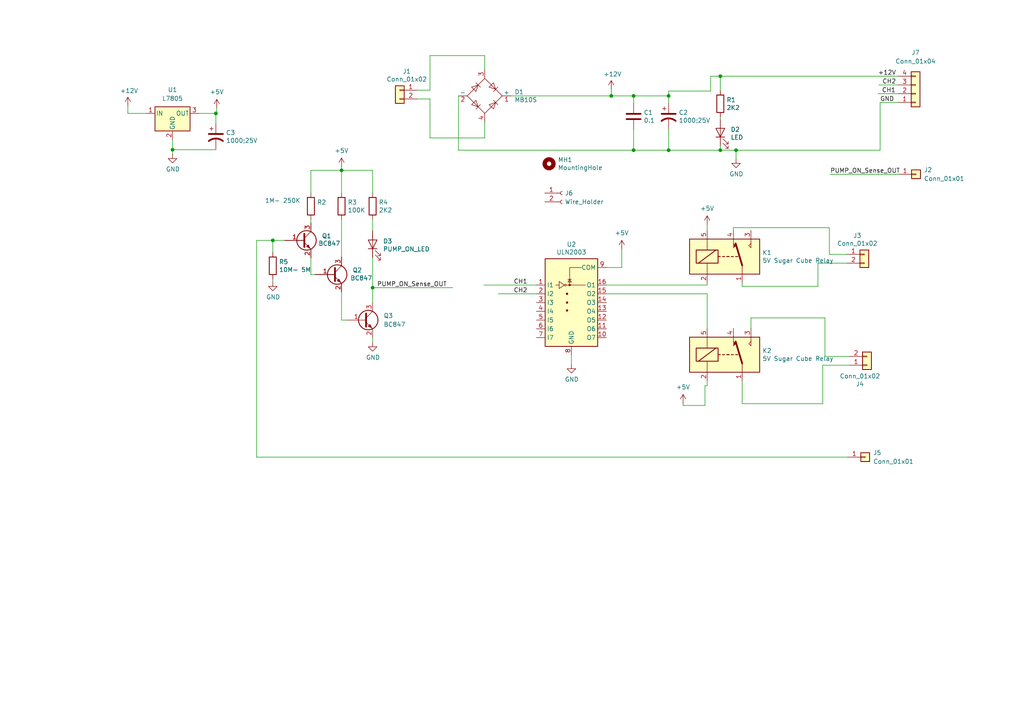
<source format=kicad_sch>
(kicad_sch (version 20211123) (generator eeschema)
  (paper "A4")
  (lib_symbols
    (symbol "Connector:Conn_01x02_Female" (pin_names (offset 1.016) hide)
      (property "Reference" "J" (at 0 2.54 0))
      (property "Value" "Conn_01x02_Female" (at 0 -5.08 0))
      (symbol "Conn_01x02_Female_1_1"
        (arc (start 0 -2.032) (mid -0.508 -2.54) (end 0 -3.048) (stroke (width 0.1524)))
        (polyline (pts (xy -1.27 -2.54) (xy -0.508 -2.54)) (stroke (width 0.1524)))
        (polyline (pts (xy -1.27 0) (xy -0.508 0)) (stroke (width 0.1524)))
        (arc (start 0 0.508) (mid -0.508 0) (end 0 -0.508) (stroke (width 0.1524)))
        (pin passive line (at -5.08 0 0) (length 3.81) (name "Pin_1") (number "1"))
        (pin passive line (at -5.08 -2.54 0) (length 3.81) (name "Pin_2") (number "2"))
      )
    )
    (symbol "Connector_Generic:Conn_01x01" (pin_names (offset 1.016) hide)
      (property "Reference" "J" (at 0 2.54 0))
      (property "Value" "Conn_01x01" (at 0 -2.54 0))
      (symbol "Conn_01x01_1_1"
        (rectangle (start -1.27 0.127) (end 0 -0.127) (stroke (width 0.1524)))
        (rectangle (start -1.27 1.27) (end 1.27 -1.27) (stroke (width 0.254)) (fill (type background)))
        (pin passive line (at -5.08 0 0) (length 3.81) (name "Pin_1") (number "1"))
      )
    )
    (symbol "Connector_Generic:Conn_01x04" (pin_names (offset 1.016) hide)
      (property "Reference" "J" (at 0 5.08 0))
      (property "Value" "Conn_01x04" (at 0 -7.62 0))
      (symbol "Conn_01x04_1_1"
        (rectangle (start -1.27 -4.953) (end 0 -5.207) (stroke (width 0.1524)))
        (rectangle (start -1.27 -2.413) (end 0 -2.667) (stroke (width 0.1524)))
        (rectangle (start -1.27 0.127) (end 0 -0.127) (stroke (width 0.1524)))
        (rectangle (start -1.27 2.667) (end 0 2.413) (stroke (width 0.1524)))
        (rectangle (start -1.27 3.81) (end 1.27 -6.35) (stroke (width 0.254)) (fill (type background)))
        (pin passive line (at -5.08 2.54 0) (length 3.81) (name "Pin_1") (number "1"))
        (pin passive line (at -5.08 0 0) (length 3.81) (name "Pin_2") (number "2"))
        (pin passive line (at -5.08 -2.54 0) (length 3.81) (name "Pin_3") (number "3"))
        (pin passive line (at -5.08 -5.08 0) (length 3.81) (name "Pin_4") (number "4"))
      )
    )
    (symbol "PS440V_to_5V-rescue:+12V-power" (power) (pin_names (offset 0))
      (property "Value" "+12V-power" (at 0 3.556 0))
      (symbol "+12V-power_0_1"
        (polyline (pts (xy -0.762 1.27) (xy 0 2.54)))
        (polyline (pts (xy 0 0) (xy 0 2.54)))
        (polyline (pts (xy 0 2.54) (xy 0.762 1.27)))
      )
      (symbol "+12V-power_1_1"
        (pin power_in line (at 0 0 90) (length 0) hide (name "+12V") (number "1"))
      )
    )
    (symbol "PS440V_to_5V-rescue:C-Device" (pin_numbers hide) (pin_names (offset 0.254))
      (property "Reference" "C" (at 0.635 2.54 0))
      (property "Value" "C-Device" (at 0.635 -2.54 0))
      (symbol "C-Device_0_1"
        (polyline (pts (xy -2.032 -0.762) (xy 2.032 -0.762)) (stroke (width 0.508)))
        (polyline (pts (xy -2.032 0.762) (xy 2.032 0.762)) (stroke (width 0.508)))
      )
      (symbol "C-Device_1_1"
        (pin passive line (at 0 3.81 270) (length 2.794) (name "~") (number "1"))
        (pin passive line (at 0 -3.81 90) (length 2.794) (name "~") (number "2"))
      )
    )
    (symbol "PS440V_to_5V-rescue:CP1-Device" (pin_numbers hide) (pin_names (offset 0.254) hide)
      (property "Reference" "C" (at 0.635 2.54 0))
      (property "Value" "CP1-Device" (at 0.635 -2.54 0))
      (symbol "CP1-Device_0_1"
        (polyline (pts (xy -2.032 0.762) (xy 2.032 0.762)) (stroke (width 0.508)))
        (polyline (pts (xy -1.778 2.286) (xy -0.762 2.286)))
        (polyline (pts (xy -1.27 1.778) (xy -1.27 2.794)))
        (arc (start 2.032 -1.27) (mid 0 -0.5572) (end -2.032 -1.27) (stroke (width 0.508)))
      )
      (symbol "CP1-Device_1_1"
        (pin passive line (at 0 3.81 270) (length 2.794) (name "~") (number "1"))
        (pin passive line (at 0 -3.81 90) (length 3.302) (name "~") (number "2"))
      )
    )
    (symbol "PS440V_to_5V-rescue:Conn_01x02-Connector_Generic" (pin_names (offset 1.016) hide)
      (property "Reference" "J" (at 0 2.54 0))
      (property "Value" "Conn_01x02-Connector_Generic" (at 0 -5.08 0))
      (symbol "Conn_01x02-Connector_Generic_1_1"
        (rectangle (start -1.27 -2.413) (end 0 -2.667) (stroke (width 0.1524)))
        (rectangle (start -1.27 0.127) (end 0 -0.127) (stroke (width 0.1524)))
        (rectangle (start -1.27 1.27) (end 1.27 -3.81) (stroke (width 0.254)) (fill (type background)))
        (pin passive line (at -5.08 0 0) (length 3.81) (name "Pin_1") (number "1"))
        (pin passive line (at -5.08 -2.54 0) (length 3.81) (name "Pin_2") (number "2"))
      )
    )
    (symbol "PS440V_to_5V-rescue:D_Bridge_+-AA-Device" (pin_names (offset 0))
      (property "Reference" "D" (at 2.54 6.985 0))
      (property "Value" "D_Bridge_+-AA-Device" (at 2.54 5.08 0))
      (symbol "D_Bridge_+-AA-Device_0_1"
        (polyline (pts (xy -2.54 3.81) (xy -1.27 2.54)))
        (polyline (pts (xy -1.27 -2.54) (xy -2.54 -3.81)))
        (polyline (pts (xy 2.54 -1.27) (xy 3.81 -2.54)))
        (polyline (pts (xy 2.54 1.27) (xy 3.81 2.54)))
        (polyline (pts (xy -3.81 2.54) (xy -2.54 1.27) (xy -1.905 3.175) (xy -3.81 2.54)))
        (polyline (pts (xy -2.54 -1.27) (xy -3.81 -2.54) (xy -1.905 -3.175) (xy -2.54 -1.27)))
        (polyline (pts (xy 1.27 2.54) (xy 2.54 3.81) (xy 3.175 1.905) (xy 1.27 2.54)))
        (polyline (pts (xy 3.175 -1.905) (xy 1.27 -2.54) (xy 2.54 -3.81) (xy 3.175 -1.905)))
        (polyline (pts (xy -5.08 0) (xy 0 -5.08) (xy 5.08 0) (xy 0 5.08) (xy -5.08 0)))
      )
      (symbol "D_Bridge_+-AA-Device_1_1"
        (pin passive line (at 7.62 0 180) (length 2.54) (name "+") (number "1"))
        (pin passive line (at -7.62 0 0) (length 2.54) (name "-") (number "2"))
        (pin passive line (at 0 7.62 270) (length 2.54) (name "~") (number "3"))
        (pin passive line (at 0 -7.62 90) (length 2.54) (name "~") (number "4"))
      )
    )
    (symbol "PS440V_to_5V-rescue:GND-power" (power) (pin_names (offset 0))
      (property "Value" "GND-power" (at 0 -3.81 0))
      (symbol "GND-power_0_1"
        (polyline (pts (xy 0 0) (xy 0 -1.27) (xy 1.27 -1.27) (xy 0 -2.54) (xy -1.27 -1.27) (xy 0 -1.27)))
      )
      (symbol "GND-power_1_1"
        (pin power_in line (at 0 0 270) (length 0) hide (name "GND") (number "1"))
      )
    )
    (symbol "PS440V_to_5V-rescue:LED-Device" (pin_numbers hide) (pin_names (offset 1.016) hide)
      (property "Reference" "D" (at 0 2.54 0))
      (property "Value" "LED-Device" (at 0 -2.54 0))
      (symbol "LED-Device_0_1"
        (polyline (pts (xy -1.27 -1.27) (xy -1.27 1.27)) (stroke (width 0.2032)))
        (polyline (pts (xy -1.27 0) (xy 1.27 0)))
        (polyline (pts (xy 1.27 -1.27) (xy 1.27 1.27) (xy -1.27 0) (xy 1.27 -1.27)) (stroke (width 0.2032)))
        (polyline (pts (xy -3.048 -0.762) (xy -4.572 -2.286) (xy -3.81 -2.286) (xy -4.572 -2.286) (xy -4.572 -1.524)))
        (polyline (pts (xy -1.778 -0.762) (xy -3.302 -2.286) (xy -2.54 -2.286) (xy -3.302 -2.286) (xy -3.302 -1.524)))
      )
      (symbol "LED-Device_1_1"
        (pin passive line (at -3.81 0 0) (length 2.54) (name "K") (number "1"))
        (pin passive line (at 3.81 0 180) (length 2.54) (name "A") (number "2"))
      )
    )
    (symbol "PS440V_to_5V-rescue:MountingHole-Mechanical" (pin_names (offset 1.016))
      (property "Reference" "MH" (at 0 5.08 0))
      (property "Value" "MountingHole-Mechanical" (at 0 3.175 0))
      (symbol "MountingHole-Mechanical_0_1"
        (circle (center 0 0) (radius 1.27) (stroke (width 1.27)))
      )
    )
    (symbol "PS440V_to_5V-rescue:R-Device" (pin_numbers hide) (pin_names (offset 0))
      (property "Reference" "R" (at 2.032 0 90))
      (property "Value" "R-Device" (at 0 0 90))
      (symbol "R-Device_0_1"
        (rectangle (start -1.016 -2.54) (end 1.016 2.54) (stroke (width 0.254)))
      )
      (symbol "R-Device_1_1"
        (pin passive line (at 0 3.81 270) (length 1.27) (name "~") (number "1"))
        (pin passive line (at 0 -3.81 90) (length 1.27) (name "~") (number "2"))
      )
    )
    (symbol "PS440V_to_5V-rescue:SANYOU_SRD_Form_C-Relay" (pin_names (offset 1.016))
      (property "Reference" "K" (at 11.43 3.81 0))
      (property "Value" "SANYOU_SRD_Form_C-Relay" (at 11.43 1.27 0))
      (symbol "SANYOU_SRD_Form_C-Relay_0_0"
        (polyline (pts (xy 2.54 3.81) (xy 2.54 5.08)))
        (polyline (pts (xy 7.62 3.81) (xy 7.62 5.08)))
        (polyline (pts (xy 7.62 3.81) (xy 7.62 2.54) (xy 6.985 3.175) (xy 7.62 3.81)))
      )
      (symbol "SANYOU_SRD_Form_C-Relay_0_1"
        (rectangle (start -10.16 5.08) (end 10.16 -5.08) (stroke (width 0.254)) (fill (type background)))
        (rectangle (start -8.255 1.905) (end -1.905 -1.905) (stroke (width 0.254)))
        (polyline (pts (xy -7.62 -1.905) (xy -2.54 1.905)) (stroke (width 0.254)))
        (polyline (pts (xy -5.08 -5.08) (xy -5.08 -1.905)))
        (polyline (pts (xy -5.08 5.08) (xy -5.08 1.905)))
        (polyline (pts (xy -1.905 0) (xy -1.27 0)) (stroke (width 0.254)))
        (polyline (pts (xy -0.635 0) (xy 0 0)) (stroke (width 0.254)))
        (polyline (pts (xy 0.635 0) (xy 1.27 0)) (stroke (width 0.254)))
        (polyline (pts (xy 0.635 0) (xy 1.27 0)) (stroke (width 0.254)))
        (polyline (pts (xy 1.905 0) (xy 2.54 0)) (stroke (width 0.254)))
        (polyline (pts (xy 3.175 0) (xy 3.81 0)) (stroke (width 0.254)))
        (polyline (pts (xy 5.08 -2.54) (xy 3.175 3.81)) (stroke (width 0.508)))
        (polyline (pts (xy 5.08 -2.54) (xy 5.08 -5.08)))
        (polyline (pts (xy 2.54 2.54) (xy 3.175 3.175) (xy 2.54 3.81)) (fill (type outline)))
      )
      (symbol "SANYOU_SRD_Form_C-Relay_1_1"
        (pin passive line (at 5.08 -7.62 90) (length 2.54) (name "~") (number "1"))
        (pin passive line (at -5.08 -7.62 90) (length 2.54) (name "~") (number "2"))
        (pin passive line (at 7.62 7.62 270) (length 2.54) (name "~") (number "3"))
        (pin passive line (at 2.54 7.62 270) (length 2.54) (name "~") (number "4"))
        (pin passive line (at -5.08 7.62 270) (length 2.54) (name "~") (number "5"))
      )
    )
    (symbol "PS440V_to_5V-rescue:ULN2003-Transistor_Array"
      (property "Reference" "U" (at 0 15.875 0))
      (property "Value" "ULN2003-Transistor_Array" (at 0 13.97 0))
      (symbol "ULN2003-Transistor_Array_0_1"
        (rectangle (start -7.62 -12.7) (end 7.62 12.7) (stroke (width 0.254)) (fill (type background)))
        (circle (center -1.778 5.08) (radius 0.254))
        (circle (center -1.27 -2.286) (radius 0.254) (fill (type outline)))
        (circle (center -1.27 0) (radius 0.254) (fill (type outline)))
        (circle (center -1.27 2.54) (radius 0.254) (fill (type outline)))
        (circle (center -0.508 5.08) (radius 0.254) (fill (type outline)))
        (polyline (pts (xy -4.572 5.08) (xy -3.556 5.08)))
        (polyline (pts (xy -1.524 5.08) (xy 4.064 5.08)))
        (polyline (pts (xy 0 6.731) (xy -1.016 6.731)))
        (polyline (pts (xy -0.508 5.08) (xy -0.508 10.16) (xy 2.921 10.16)))
        (polyline (pts (xy -3.556 6.096) (xy -3.556 4.064) (xy -2.032 5.08) (xy -3.556 6.096)))
        (polyline (pts (xy 0 5.969) (xy -1.016 5.969) (xy -0.508 6.731) (xy 0 5.969)))
      )
      (symbol "ULN2003-Transistor_Array_1_1"
        (pin input line (at -10.16 5.08 0) (length 2.54) (name "I1") (number "1"))
        (pin open_collector line (at 10.16 -10.16 180) (length 2.54) (name "O7") (number "10"))
        (pin open_collector line (at 10.16 -7.62 180) (length 2.54) (name "O6") (number "11"))
        (pin open_collector line (at 10.16 -5.08 180) (length 2.54) (name "O5") (number "12"))
        (pin open_collector line (at 10.16 -2.54 180) (length 2.54) (name "O4") (number "13"))
        (pin open_collector line (at 10.16 0 180) (length 2.54) (name "O3") (number "14"))
        (pin open_collector line (at 10.16 2.54 180) (length 2.54) (name "O2") (number "15"))
        (pin open_collector line (at 10.16 5.08 180) (length 2.54) (name "O1") (number "16"))
        (pin input line (at -10.16 2.54 0) (length 2.54) (name "I2") (number "2"))
        (pin input line (at -10.16 0 0) (length 2.54) (name "I3") (number "3"))
        (pin input line (at -10.16 -2.54 0) (length 2.54) (name "I4") (number "4"))
        (pin input line (at -10.16 -5.08 0) (length 2.54) (name "I5") (number "5"))
        (pin input line (at -10.16 -7.62 0) (length 2.54) (name "I6") (number "6"))
        (pin input line (at -10.16 -10.16 0) (length 2.54) (name "I7") (number "7"))
        (pin power_in line (at 0 -15.24 90) (length 2.54) (name "GND") (number "8"))
        (pin passive line (at 10.16 10.16 180) (length 2.54) (name "COM") (number "9"))
      )
    )
    (symbol "Regulator_Linear:L7805" (pin_names (offset 0.254))
      (property "Reference" "U" (at -3.81 3.175 0))
      (property "Value" "L7805" (at 0 3.175 0))
      (symbol "L7805_0_1"
        (rectangle (start -5.08 1.905) (end 5.08 -5.08) (stroke (width 0.254)) (fill (type background)))
      )
      (symbol "L7805_1_1"
        (pin power_in line (at -7.62 0 0) (length 2.54) (name "IN") (number "1"))
        (pin power_in line (at 0 -7.62 90) (length 2.54) (name "GND") (number "2"))
        (pin power_out line (at 7.62 0 180) (length 2.54) (name "OUT") (number "3"))
      )
    )
    (symbol "Transistor_BJT:BC847" (pin_names (offset 0) hide)
      (property "Reference" "Q" (at 5.08 1.905 0))
      (property "Value" "BC847" (at 5.08 0 0))
      (symbol "BC847_0_1"
        (polyline (pts (xy 0.635 0.635) (xy 2.54 2.54)))
        (polyline (pts (xy 0.635 -0.635) (xy 2.54 -2.54) (xy 2.54 -2.54)))
        (polyline (pts (xy 0.635 1.905) (xy 0.635 -1.905) (xy 0.635 -1.905)) (stroke (width 0.508)))
        (polyline (pts (xy 1.27 -1.778) (xy 1.778 -1.27) (xy 2.286 -2.286) (xy 1.27 -1.778) (xy 1.27 -1.778)) (fill (type outline)))
        (circle (center 1.27 0) (radius 2.8194) (stroke (width 0.254)))
      )
      (symbol "BC847_1_1"
        (pin input line (at -5.08 0 0) (length 5.715) (name "B") (number "1"))
        (pin passive line (at 2.54 -5.08 90) (length 2.54) (name "E") (number "2"))
        (pin passive line (at 2.54 5.08 270) (length 2.54) (name "C") (number "3"))
      )
    )
    (symbol "power:+5V" (power) (pin_names (offset 0))
      (property "Value" "+5V" (at 0 3.556 0))
      (symbol "+5V_0_1"
        (polyline (pts (xy -0.762 1.27) (xy 0 2.54)))
        (polyline (pts (xy 0 0) (xy 0 2.54)))
        (polyline (pts (xy 0 2.54) (xy 0.762 1.27)))
      )
      (symbol "+5V_1_1"
        (pin power_in line (at 0 0 90) (length 0) hide (name "+5V") (number "1"))
      )
    )
  )
  (junction (at 183.769 43.561))
  (junction (at 79.121 69.723))
  (junction (at 62.611 32.893))
  (junction (at 50.038 43.434))
  (junction (at 177.292 27.813))
  (junction (at 108.077 83.439))
  (junction (at 193.929 27.813))
  (junction (at 213.487 43.561))
  (junction (at 99.06 49.403))
  (junction (at 183.769 27.813))
  (junction (at 208.915 22.098))
  (junction (at 193.929 43.561))
  (junction (at 208.915 43.561))
  (wire (pts (xy 62.611 32.893) (xy 62.865 32.893)))
  (wire (pts (xy 90.17 56.007) (xy 90.17 49.403)))
  (wire (pts (xy 260.477 27.178) (xy 254.635 27.178)))
  (wire (pts (xy 193.929 43.561) (xy 193.929 37.592)))
  (wire (pts (xy 208.915 22.098) (xy 206.121 22.098)))
  (wire (pts (xy 50.038 40.513) (xy 50.038 43.434)))
  (wire (pts (xy 240.538 66.04) (xy 240.538 73.787)))
  (wire (pts (xy 208.915 22.098) (xy 260.477 22.098)))
  (wire (pts (xy 193.929 43.561) (xy 208.915 43.561)))
  (wire (pts (xy 155.575 85.217) (xy 144.526 85.217)))
  (wire (pts (xy 193.929 27.813) (xy 193.929 29.972)))
  (wire (pts (xy 180.34 72.263) (xy 180.34 77.597)))
  (wire (pts (xy 205.105 82.677) (xy 205.105 82.042)))
  (wire (pts (xy 177.292 25.908) (xy 177.292 27.813)))
  (wire (pts (xy 175.895 77.597) (xy 180.34 77.597)))
  (wire (pts (xy 183.769 27.813) (xy 183.769 29.972)))
  (wire (pts (xy 237.236 76.327) (xy 245.618 76.327)))
  (wire (pts (xy 90.17 49.403) (xy 99.06 49.403)))
  (wire (pts (xy 124.714 26.162) (xy 124.714 16.129)))
  (wire (pts (xy 62.611 32.893) (xy 62.611 35.814)))
  (wire (pts (xy 213.487 43.561) (xy 255.27 43.561)))
  (wire (pts (xy 108.077 83.439) (xy 131.318 83.439)))
  (wire (pts (xy 215.265 82.042) (xy 215.265 83.058)))
  (wire (pts (xy 99.06 48.387) (xy 99.06 49.403)))
  (wire (pts (xy 205.105 65.151) (xy 205.105 66.802)))
  (wire (pts (xy 99.06 84.709) (xy 99.06 92.837)))
  (wire (pts (xy 204.47 117.602) (xy 204.47 111.887)))
  (wire (pts (xy 57.658 32.893) (xy 62.611 32.893)))
  (wire (pts (xy 238.633 117.094) (xy 215.265 117.094)))
  (wire (pts (xy 121.031 26.162) (xy 124.714 26.162)))
  (wire (pts (xy 108.077 74.676) (xy 108.077 83.439)))
  (wire (pts (xy 124.714 16.129) (xy 140.589 16.129)))
  (wire (pts (xy 108.077 49.403) (xy 108.077 56.007)))
  (wire (pts (xy 206.121 26.416) (xy 193.929 26.416)))
  (wire (pts (xy 238.633 105.918) (xy 238.633 117.094)))
  (wire (pts (xy 208.915 33.909) (xy 208.915 34.671)))
  (wire (pts (xy 79.121 69.723) (xy 79.121 73.279)))
  (wire (pts (xy 99.06 49.403) (xy 99.06 56.007)))
  (wire (pts (xy 124.714 40.005) (xy 140.589 40.005)))
  (wire (pts (xy 50.038 43.434) (xy 62.611 43.434)))
  (wire (pts (xy 108.077 63.627) (xy 108.077 67.056)))
  (wire (pts (xy 148.209 27.813) (xy 177.292 27.813)))
  (wire (pts (xy 99.06 49.403) (xy 108.077 49.403)))
  (wire (pts (xy 79.121 80.899) (xy 79.121 81.788)))
  (wire (pts (xy 37.084 30.734) (xy 37.084 32.893)))
  (wire (pts (xy 217.805 92.202) (xy 239.268 92.202)))
  (wire (pts (xy 132.969 43.561) (xy 183.769 43.561)))
  (wire (pts (xy 183.769 43.561) (xy 183.769 37.592)))
  (wire (pts (xy 239.268 92.202) (xy 239.268 103.378)))
  (wire (pts (xy 121.031 28.702) (xy 124.714 28.702)))
  (wire (pts (xy 99.06 63.627) (xy 99.06 74.549)))
  (wire (pts (xy 108.077 83.439) (xy 108.077 87.757)))
  (wire (pts (xy 212.725 66.04) (xy 240.538 66.04)))
  (wire (pts (xy 204.47 111.887) (xy 205.105 111.887)))
  (wire (pts (xy 206.121 22.098) (xy 206.121 26.416)))
  (wire (pts (xy 177.292 27.813) (xy 183.769 27.813)))
  (wire (pts (xy 90.17 74.803) (xy 90.17 79.629)))
  (wire (pts (xy 239.268 103.378) (xy 246.38 103.378)))
  (wire (pts (xy 260.477 29.718) (xy 255.27 29.718)))
  (wire (pts (xy 140.589 16.129) (xy 140.589 20.193)))
  (wire (pts (xy 240.792 50.546) (xy 260.604 50.546)))
  (wire (pts (xy 165.735 102.997) (xy 165.735 105.664)))
  (wire (pts (xy 213.487 43.561) (xy 213.487 46.101)))
  (wire (pts (xy 183.769 27.813) (xy 193.929 27.813)))
  (wire (pts (xy 193.929 26.416) (xy 193.929 27.813)))
  (wire (pts (xy 62.865 32.893) (xy 62.865 31.369)))
  (wire (pts (xy 240.538 73.787) (xy 245.618 73.787)))
  (wire (pts (xy 124.714 28.702) (xy 124.714 40.005)))
  (wire (pts (xy 183.769 43.561) (xy 193.929 43.561)))
  (wire (pts (xy 198.12 116.967) (xy 198.12 117.602)))
  (wire (pts (xy 205.105 111.887) (xy 205.105 110.49)))
  (wire (pts (xy 212.725 66.04) (xy 212.725 66.802)))
  (wire (pts (xy 217.805 95.25) (xy 217.805 92.202)))
  (wire (pts (xy 74.422 132.588) (xy 74.422 69.723)))
  (wire (pts (xy 132.969 27.813) (xy 132.969 43.561)))
  (wire (pts (xy 140.589 40.005) (xy 140.589 35.433)))
  (wire (pts (xy 79.121 69.723) (xy 82.55 69.723)))
  (wire (pts (xy 238.633 105.918) (xy 246.38 105.918)))
  (wire (pts (xy 74.422 69.723) (xy 79.121 69.723)))
  (wire (pts (xy 255.27 29.718) (xy 255.27 43.561)))
  (wire (pts (xy 90.17 63.627) (xy 90.17 64.643)))
  (wire (pts (xy 37.084 32.893) (xy 42.418 32.893)))
  (wire (pts (xy 140.335 82.677) (xy 155.575 82.677)))
  (wire (pts (xy 175.895 82.677) (xy 205.105 82.677)))
  (wire (pts (xy 208.915 43.561) (xy 213.487 43.561)))
  (wire (pts (xy 198.12 117.602) (xy 204.47 117.602)))
  (wire (pts (xy 215.265 83.058) (xy 237.236 83.058)))
  (wire (pts (xy 99.06 92.837) (xy 100.457 92.837)))
  (wire (pts (xy 208.915 22.098) (xy 208.915 26.289)))
  (wire (pts (xy 205.105 95.25) (xy 205.105 85.217)))
  (wire (pts (xy 108.077 97.917) (xy 108.077 99.314)))
  (wire (pts (xy 90.17 79.629) (xy 91.44 79.629)))
  (wire (pts (xy 260.477 24.638) (xy 254.889 24.638)))
  (wire (pts (xy 205.105 85.217) (xy 175.895 85.217)))
  (wire (pts (xy 245.872 132.588) (xy 74.422 132.588)))
  (wire (pts (xy 237.236 83.058) (xy 237.236 76.327)))
  (wire (pts (xy 215.265 117.094) (xy 215.265 110.49)))
  (wire (pts (xy 208.915 42.291) (xy 208.915 43.561)))
  (wire (pts (xy 50.038 43.434) (xy 50.038 44.704)))
  (label "CH2" (at 148.971 85.217 0))
  (label "CH1" (at 255.778 27.178 0))
  (label "PUMP_ON_Sense_OUT" (at 109.347 83.439 0))
  (label "GND" (at 255.27 29.718 0))
  (label "CH2" (at 255.905 24.638 0))
  (label "+12V" (at 254.635 22.098 0))
  (label "PUMP_ON_Sense_OUT" (at 240.792 50.546 0))
  (label "CH1" (at 148.971 82.677 0))
  (symbol (lib_id "PS440V_to_5V-rescue:D_Bridge_+-AA-Device") (at 140.589 27.813 0) (unit 1)
    (property "Reference" "D1" (at 149.225 26.67 0) (effects (justify left)))
    (property "Value" "MB10S" (at 149.225 28.956 0) (effects (justify left)))
    (property "Footprint" "Housings_SSOP:SOP-4_3.8x4.1mm_Pitch2.54mm" (effects hide))
  )
  (symbol (lib_id "PS440V_to_5V-rescue:Conn_01x02-Connector_Generic") (at 115.951 26.162 0) (mirror y) (unit 1)
    (property "Reference" "J1" (at 117.983 20.701 0))
    (property "Value" "Conn_01x02" (at 117.983 22.987 0))
    (property "Footprint" "Connector_PinHeader_2.54mm:PinHeader_1x02_P2.54mm_Vertical" (effects hide))
  )
  (symbol (lib_id "PS440V_to_5V-rescue:C-Device") (at 183.769 33.782 0) (unit 1)
    (property "Reference" "C1" (at 186.69 32.639 0) (effects (justify left)))
    (property "Value" "0.1" (at 186.69 34.925 0) (effects (justify left)))
    (property "Footprint" "Capacitor_SMD:C_0805_2012Metric" (effects hide))
  )
  (symbol (lib_id "PS440V_to_5V-rescue:CP1-Device") (at 193.929 33.782 0) (unit 1)
    (property "Reference" "C2" (at 196.85 32.639 0) (effects (justify left)))
    (property "Value" "1000;25V" (at 196.85 34.925 0) (effects (justify left)))
    (property "Footprint" "Capacitor_THT:C_Radial_D10.0mm_H12.5mm_P5.00mm" (effects hide))
  )
  (symbol (lib_id "PS440V_to_5V-rescue:MountingHole-Mechanical") (at 159.258 47.498 0) (unit 1)
    (property "Reference" "MH1" (at 161.798 46.355 0) (effects (justify left)))
    (property "Value" "MountingHole" (at 161.798 48.641 0) (effects (justify left)))
    (property "Footprint" "MountingHole:MountingHole_2.2mm_M2_Pad" (effects hide))
  )
  (symbol (lib_id "PS440V_to_5V-rescue:LED-Device") (at 208.915 38.481 90) (unit 1)
    (property "Reference" "D2" (at 211.9122 37.5666 90) (effects (justify right)))
    (property "Value" "LED" (at 211.9122 39.8526 90) (effects (justify right)))
    (property "Footprint" "LED_THT:LED_D5.0mm" (effects hide))
  )
  (symbol (lib_id "PS440V_to_5V-rescue:R-Device") (at 208.915 30.099 0) (unit 1)
    (property "Reference" "R1" (at 210.693 28.956 0) (effects (justify left)))
    (property "Value" "2K2" (at 210.693 31.242 0) (effects (justify left)))
    (property "Footprint" "Resistor_SMD:R_0805_2012Metric" (effects hide))
  )
  (symbol (lib_id "PS440V_to_5V-rescue:GND-power") (at 213.487 46.101 0) (unit 1)
    (property "Reference" "#PWR0101" (effects hide))
    (property "Value" "GND" (at 213.5886 50.4698 0))
  )
  (symbol (lib_id "PS440V_to_5V-rescue:ULN2003-Transistor_Array") (at 165.735 87.757 0) (unit 1)
    (property "Reference" "U2" (at 165.735 70.866 0))
    (property "Value" "ULN2003" (at 165.735 73.152 0))
    (property "Footprint" "Package_SO:SOIC-16W_5.3x10.2mm_P1.27mm" (effects hide))
    (property "Datasheet" "http://www.ti.com/lit/ds/symlink/uln2003a.pdf" (effects hide))
  )
  (symbol (lib_id "PS440V_to_5V-rescue:SANYOU_SRD_Form_C-Relay") (at 210.185 74.422 0) (unit 1)
    (property "Reference" "K1" (at 221.107 73.279 0) (effects (justify left)))
    (property "Value" "5V Sugar Cube Relay" (at 221.107 75.565 0) (effects (justify left)))
    (property "Footprint" "Relay_THT:Relay_SPDT_SANYOU_SRD_Series_Form_C" (effects hide))
    (property "Datasheet" "http://www.sanyourelay.ca/public/products/pdf/SRD.pdf" (effects hide))
  )
  (symbol (lib_id "PS440V_to_5V-rescue:SANYOU_SRD_Form_C-Relay") (at 210.185 102.87 0) (unit 1)
    (property "Reference" "K2" (at 221.107 101.727 0) (effects (justify left)))
    (property "Value" "5V Sugar Cube Relay" (at 221.107 104.013 0) (effects (justify left)))
    (property "Footprint" "Relay_THT:Relay_SPDT_SANYOU_SRD_Series_Form_C" (effects hide))
    (property "Datasheet" "http://www.sanyourelay.ca/public/products/pdf/SRD.pdf" (effects hide))
  )
  (symbol (lib_id "PS440V_to_5V-rescue:GND-power") (at 165.735 105.664 0) (unit 1)
    (property "Reference" "#PWR0102" (effects hide))
    (property "Value" "GND" (at 165.8366 110.0328 0))
  )
  (symbol (lib_id "PS440V_to_5V-rescue:+12V-power") (at 177.292 25.908 0) (unit 1)
    (property "Reference" "#PWR0103" (effects hide))
    (property "Value" "+12V" (at 177.6476 21.5138 0))
  )
  (symbol (lib_id "PS440V_to_5V-rescue:Conn_01x02-Connector_Generic") (at 250.698 73.787 0) (unit 1)
    (property "Reference" "J3" (at 248.666 68.326 0))
    (property "Value" "Conn_01x02" (at 248.666 70.612 0))
    (property "Footprint" "Connector_PinHeader_2.54mm:PinHeader_1x02_P2.54mm_Vertical" (effects hide))
  )
  (symbol (lib_id "PS440V_to_5V-rescue:Conn_01x02-Connector_Generic") (at 251.46 105.918 0) (mirror x) (unit 1)
    (property "Reference" "J4" (at 249.428 111.379 0))
    (property "Value" "Conn_01x02" (at 249.428 109.093 0))
    (property "Footprint" "Connector_PinHeader_2.54mm:PinHeader_1x02_P2.54mm_Vertical" (effects hide))
  )
  (symbol (lib_id "Connector:Conn_01x02_Female") (at 163.068 56.007 0) (unit 1)
    (property "Reference" "J6" (at 163.83 56.0069 0) (effects (justify left)))
    (property "Value" "Wire_Holder" (at 163.83 58.5469 0) (effects (justify left)))
    (property "Footprint" "Connector_PinSocket_2.54mm:PinSocket_1x02_P2.54mm_Vertical" (effects hide))
  )
  (symbol (lib_id "PS440V_to_5V-rescue:CP1-Device") (at 62.611 39.624 0) (unit 1)
    (property "Reference" "C3" (at 65.532 38.481 0) (effects (justify left)))
    (property "Value" "1000;25V" (at 65.532 40.767 0) (effects (justify left)))
    (property "Footprint" "Capacitor_THT:C_Radial_D10.0mm_H12.5mm_P5.00mm" (effects hide))
  )
  (symbol (lib_id "PS440V_to_5V-rescue:R-Device") (at 79.121 77.089 0) (unit 1)
    (property "Reference" "R5" (at 80.899 75.946 0) (effects (justify left)))
    (property "Value" "10M- 5M" (at 80.899 78.232 0) (effects (justify left)))
    (property "Footprint" "Resistor_SMD:R_0805_2012Metric" (effects hide))
  )
  (symbol (lib_id "Transistor_BJT:BC847") (at 96.52 79.629 0) (unit 1)
    (property "Reference" "Q2" (at 102.235 78.3589 0) (effects (justify left)))
    (property "Value" "BC847" (at 101.6 80.645 0) (effects (justify left)))
    (property "Footprint" "Package_TO_SOT_SMD:SOT-23" (effects hide))
    (property "Datasheet" "http://www.infineon.com/dgdl/Infineon-BC847SERIES_BC848SERIES_BC849SERIES_BC850SERIES-DS-v01_01-en.pdf?fileId=db3a304314dca389011541d4630a1657" (effects hide))
  )
  (symbol (lib_id "PS440V_to_5V-rescue:GND-power") (at 79.121 81.788 0) (unit 1)
    (property "Reference" "#PWR0110" (effects hide))
    (property "Value" "GND" (at 79.2226 86.1568 0))
  )
  (symbol (lib_id "power:+5V") (at 198.12 116.967 0) (unit 1)
    (property "Reference" "#PWR0106" (effects hide))
    (property "Value" "+5V" (at 198.12 112.268 0))
  )
  (symbol (lib_id "power:+5V") (at 205.105 65.151 0) (unit 1)
    (property "Reference" "#PWR0105" (effects hide))
    (property "Value" "+5V" (at 205.105 60.452 0))
  )
  (symbol (lib_id "Connector_Generic:Conn_01x04") (at 265.557 27.178 0) (mirror x) (unit 1)
    (property "Reference" "J7" (at 265.557 15.24 0))
    (property "Value" "Conn_01x04" (at 265.557 17.78 0))
    (property "Footprint" "Connector_JST:JST_EH_B4B-EH-A_1x04_P2.50mm_Vertical" (effects hide))
  )
  (symbol (lib_id "Transistor_BJT:BC847") (at 105.537 92.837 0) (unit 1)
    (property "Reference" "Q3" (at 111.252 91.5669 0) (effects (justify left)))
    (property "Value" "BC847" (at 111.252 94.1069 0) (effects (justify left)))
    (property "Footprint" "Package_TO_SOT_SMD:SOT-23" (effects hide))
    (property "Datasheet" "http://www.infineon.com/dgdl/Infineon-BC847SERIES_BC848SERIES_BC849SERIES_BC850SERIES-DS-v01_01-en.pdf?fileId=db3a304314dca389011541d4630a1657" (effects hide))
  )
  (symbol (lib_id "power:+5V") (at 62.865 31.369 0) (unit 1)
    (property "Reference" "#PWR0112" (effects hide))
    (property "Value" "+5V" (at 62.865 26.67 0))
  )
  (symbol (lib_id "Connector_Generic:Conn_01x01") (at 265.684 50.546 0) (unit 1)
    (property "Reference" "J2" (at 267.97 49.2759 0) (effects (justify left)))
    (property "Value" "Conn_01x01" (at 267.97 51.8159 0) (effects (justify left)))
    (property "Footprint" "Connector_Pin:Pin_D1.0mm_L10.0mm" (effects hide))
  )
  (symbol (lib_id "PS440V_to_5V-rescue:GND-power") (at 108.077 99.314 0) (unit 1)
    (property "Reference" "#PWR0109" (effects hide))
    (property "Value" "GND" (at 108.1786 103.6828 0))
  )
  (symbol (lib_id "PS440V_to_5V-rescue:R-Device") (at 99.06 59.817 0) (unit 1)
    (property "Reference" "R3" (at 100.838 58.674 0) (effects (justify left)))
    (property "Value" "100K" (at 100.838 60.96 0) (effects (justify left)))
    (property "Footprint" "Resistor_SMD:R_0805_2012Metric" (effects hide))
  )
  (symbol (lib_id "PS440V_to_5V-rescue:+12V-power") (at 37.084 30.734 0) (unit 1)
    (property "Reference" "#PWR0108" (effects hide))
    (property "Value" "+12V" (at 37.4396 26.3398 0))
  )
  (symbol (lib_id "PS440V_to_5V-rescue:R-Device") (at 108.077 59.817 0) (unit 1)
    (property "Reference" "R4" (at 109.855 58.674 0) (effects (justify left)))
    (property "Value" "2K2" (at 109.855 60.96 0) (effects (justify left)))
    (property "Footprint" "Resistor_SMD:R_0805_2012Metric" (effects hide))
  )
  (symbol (lib_id "PS440V_to_5V-rescue:GND-power") (at 50.038 44.704 0) (unit 1)
    (property "Reference" "#PWR0111" (effects hide))
    (property "Value" "GND" (at 50.1396 49.0728 0))
  )
  (symbol (lib_id "PS440V_to_5V-rescue:R-Device") (at 90.17 59.817 0) (unit 1)
    (property "Reference" "R2" (at 91.948 58.674 0) (effects (justify left)))
    (property "Value" "1M- 250K" (at 76.835 58.166 0) (effects (justify left)))
    (property "Footprint" "Resistor_SMD:R_0805_2012Metric" (effects hide))
  )
  (symbol (lib_id "power:+5V") (at 180.34 72.263 0) (unit 1)
    (property "Reference" "#PWR0104" (effects hide))
    (property "Value" "+5V" (at 180.34 67.564 0))
  )
  (symbol (lib_id "PS440V_to_5V-rescue:LED-Device") (at 108.077 70.866 90) (unit 1)
    (property "Reference" "D3" (at 111.0742 69.9516 90) (effects (justify right)))
    (property "Value" "PUMP_ON_LED" (at 111.0742 72.2376 90) (effects (justify right)))
    (property "Footprint" "LED_THT:LED_D5.0mm" (effects hide))
  )
  (symbol (lib_id "power:+5V") (at 99.06 48.387 0) (unit 1)
    (property "Reference" "#PWR0107" (effects hide))
    (property "Value" "+5V" (at 99.06 43.688 0))
  )
  (symbol (lib_id "Transistor_BJT:BC847") (at 87.63 69.723 0) (unit 1)
    (property "Reference" "Q1" (at 93.345 68.4529 0) (effects (justify left)))
    (property "Value" "BC847" (at 92.329 70.612 0) (effects (justify left)))
    (property "Footprint" "Package_TO_SOT_SMD:SOT-23" (effects hide))
    (property "Datasheet" "http://www.infineon.com/dgdl/Infineon-BC847SERIES_BC848SERIES_BC849SERIES_BC850SERIES-DS-v01_01-en.pdf?fileId=db3a304314dca389011541d4630a1657" (effects hide))
  )
  (symbol (lib_id "Regulator_Linear:L7805") (at 50.038 32.893 0) (unit 1)
    (property "Reference" "U1" (at 50.038 26.035 0))
    (property "Value" "L7805" (at 50.038 28.575 0))
    (property "Footprint" "Package_TO_SOT_SMD:TO-252-2" (effects hide))
    (property "Datasheet" "http://www.st.com/content/ccc/resource/technical/document/datasheet/41/4f/b3/b0/12/d4/47/88/CD00000444.pdf/files/CD00000444.pdf/jcr:content/translations/en.CD00000444.pdf" (effects hide))
  )
  (symbol (lib_id "Connector_Generic:Conn_01x01") (at 250.952 132.588 0) (unit 1)
    (property "Reference" "J5" (at 253.238 131.3179 0) (effects (justify left)))
    (property "Value" "Conn_01x01" (at 253.238 133.8579 0) (effects (justify left)))
    (property "Footprint" "Connector_Pin:Pin_D1.0mm_L10.0mm" (effects hide))
  )
)
</source>
